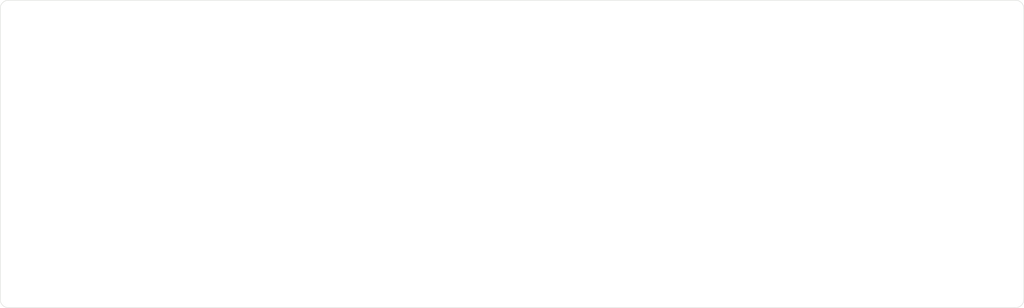
<source format=kicad_pcb>
(kicad_pcb (version 20211014) (generator pcbnew)

  (general
    (thickness 1.6)
  )

  (paper "A4")
  (layers
    (0 "F.Cu" signal)
    (31 "B.Cu" signal)
    (32 "B.Adhes" user "B.Adhesive")
    (33 "F.Adhes" user "F.Adhesive")
    (34 "B.Paste" user)
    (35 "F.Paste" user)
    (36 "B.SilkS" user "B.Silkscreen")
    (37 "F.SilkS" user "F.Silkscreen")
    (38 "B.Mask" user)
    (39 "F.Mask" user)
    (40 "Dwgs.User" user "User.Drawings")
    (41 "Cmts.User" user "User.Comments")
    (42 "Eco1.User" user "User.Eco1")
    (43 "Eco2.User" user "User.Eco2")
    (44 "Edge.Cuts" user)
    (45 "Margin" user)
    (46 "B.CrtYd" user "B.Courtyard")
    (47 "F.CrtYd" user "F.Courtyard")
    (48 "B.Fab" user)
    (49 "F.Fab" user)
    (50 "User.1" user)
    (51 "User.2" user)
    (52 "User.3" user)
    (53 "User.4" user)
    (54 "User.5" user)
    (55 "User.6" user)
    (56 "User.7" user)
    (57 "User.8" user)
    (58 "User.9" user)
  )

  (setup
    (pad_to_mask_clearance 0)
    (pcbplotparams
      (layerselection 0x00010fc_ffffffff)
      (disableapertmacros false)
      (usegerberextensions false)
      (usegerberattributes true)
      (usegerberadvancedattributes true)
      (creategerberjobfile true)
      (svguseinch false)
      (svgprecision 6)
      (excludeedgelayer true)
      (plotframeref false)
      (viasonmask false)
      (mode 1)
      (useauxorigin false)
      (hpglpennumber 1)
      (hpglpenspeed 20)
      (hpglpendiameter 15.000000)
      (dxfpolygonmode true)
      (dxfimperialunits true)
      (dxfusepcbnewfont true)
      (psnegative false)
      (psa4output false)
      (plotreference true)
      (plotvalue true)
      (plotinvisibletext false)
      (sketchpadsonfab false)
      (subtractmaskfromsilk false)
      (outputformat 1)
      (mirror false)
      (drillshape 1)
      (scaleselection 1)
      (outputdirectory "")
    )
  )

  (net 0 "")

  (gr_line (start 274.555786 59.135786) (end 274.555786 128.735786) (layer "Edge.Cuts") (width 0.0991) (tstamp 08f03658-a7ab-484c-bd5d-96c535a2dcb3))
  (gr_line (start 31.555786 57.135786) (end 272.555786 57.135786) (layer "Edge.Cuts") (width 0.0991) (tstamp 0d92f8cb-932a-40ec-911f-1344a3b28d28))
  (gr_line (start 31.555786 130.735786) (end 272.555786 130.735786) (layer "Edge.Cuts") (width 0.0991) (tstamp 39595ad4-a9f3-4c36-8079-3915834e487f))
  (gr_line (start 29.555786 59.135786) (end 29.555786 128.735786) (layer "Edge.Cuts") (width 0.0991) (tstamp 46c7f75f-7b56-468c-9070-a16e822ea8ab))
  (gr_arc (start 272.555786 57.135786) (mid 273.97 57.721572) (end 274.555786 59.135786) (layer "Edge.Cuts") (width 0.0991) (tstamp 8cbf9256-77e7-4368-ba6d-a04a432669fd))
  (gr_arc (start 31.555786 130.735786) (mid 30.141572 130.15) (end 29.555786 128.735786) (layer "Edge.Cuts") (width 0.0991) (tstamp c2642b52-677f-4b74-b5ef-4752e73f7951))
  (gr_arc (start 29.555786 59.135786) (mid 30.141572 57.721572) (end 31.555786 57.135786) (layer "Edge.Cuts") (width 0.0991) (tstamp dccef0e8-6828-4110-bbfc-c4b8215f8736))
  (gr_arc (start 274.555786 128.735786) (mid 273.97 130.15) (end 272.555786 130.735786) (layer "Edge.Cuts") (width 0.0991) (tstamp fa7461ed-75d9-4b03-9165-d6b52737d83f))

)

</source>
